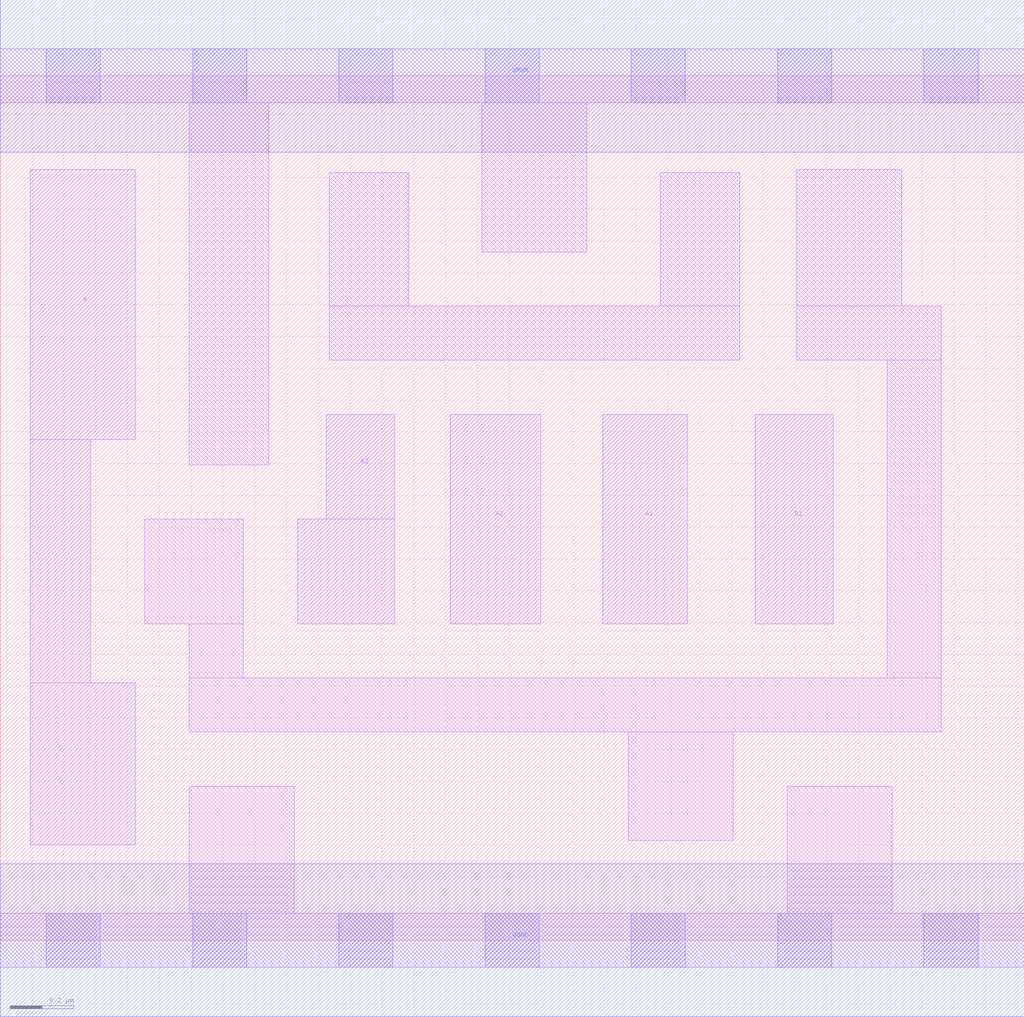
<source format=lef>
# Copyright 2020 The SkyWater PDK Authors
#
# Licensed under the Apache License, Version 2.0 (the "License");
# you may not use this file except in compliance with the License.
# You may obtain a copy of the License at
#
#     https://www.apache.org/licenses/LICENSE-2.0
#
# Unless required by applicable law or agreed to in writing, software
# distributed under the License is distributed on an "AS IS" BASIS,
# WITHOUT WARRANTIES OR CONDITIONS OF ANY KIND, either express or implied.
# See the License for the specific language governing permissions and
# limitations under the License.
#
# SPDX-License-Identifier: Apache-2.0

VERSION 5.7 ;
  NAMESCASESENSITIVE ON ;
  NOWIREEXTENSIONATPIN ON ;
  DIVIDERCHAR "/" ;
  BUSBITCHARS "[]" ;
UNITS
  DATABASE MICRONS 200 ;
END UNITS
MACRO sky130_fd_sc_hd__a31o_1
  CLASS CORE ;
  SOURCE USER ;
  FOREIGN sky130_fd_sc_hd__a31o_1 ;
  ORIGIN  0.000000  0.000000 ;
  SIZE  3.220000 BY  2.720000 ;
  SYMMETRY X Y R90 ;
  SITE unithd ;
  PIN A1
    ANTENNAGATEAREA  0.247500 ;
    DIRECTION INPUT ;
    USE SIGNAL ;
    PORT
      LAYER li1 ;
        RECT 1.895000 0.995000 2.160000 1.655000 ;
    END
  END A1
  PIN A2
    ANTENNAGATEAREA  0.247500 ;
    DIRECTION INPUT ;
    USE SIGNAL ;
    PORT
      LAYER li1 ;
        RECT 1.415000 0.995000 1.700000 1.655000 ;
    END
  END A2
  PIN A3
    ANTENNAGATEAREA  0.247500 ;
    DIRECTION INPUT ;
    USE SIGNAL ;
    PORT
      LAYER li1 ;
        RECT 0.935000 0.995000 1.240000 1.325000 ;
        RECT 1.025000 1.325000 1.240000 1.655000 ;
    END
  END A3
  PIN B1
    ANTENNAGATEAREA  0.247500 ;
    DIRECTION INPUT ;
    USE SIGNAL ;
    PORT
      LAYER li1 ;
        RECT 2.375000 0.995000 2.620000 1.655000 ;
    END
  END B1
  PIN X
    ANTENNADIFFAREA  0.437250 ;
    DIRECTION OUTPUT ;
    USE SIGNAL ;
    PORT
      LAYER li1 ;
        RECT 0.095000 0.300000 0.425000 0.810000 ;
        RECT 0.095000 0.810000 0.285000 1.575000 ;
        RECT 0.095000 1.575000 0.425000 2.425000 ;
    END
  END X
  PIN VGND
    DIRECTION INOUT ;
    SHAPE ABUTMENT ;
    USE GROUND ;
    PORT
      LAYER met1 ;
        RECT 0.000000 -0.240000 3.220000 0.240000 ;
    END
  END VGND
  PIN VPWR
    DIRECTION INOUT ;
    SHAPE ABUTMENT ;
    USE POWER ;
    PORT
      LAYER met1 ;
        RECT 0.000000 2.480000 3.220000 2.960000 ;
    END
  END VPWR
  OBS
    LAYER li1 ;
      RECT 0.000000 -0.085000 3.220000 0.085000 ;
      RECT 0.000000  2.635000 3.220000 2.805000 ;
      RECT 0.455000  0.995000 0.765000 1.325000 ;
      RECT 0.595000  0.085000 0.925000 0.485000 ;
      RECT 0.595000  0.655000 2.960000 0.825000 ;
      RECT 0.595000  0.825000 0.765000 0.995000 ;
      RECT 0.595000  1.495000 0.845000 2.635000 ;
      RECT 1.035000  1.825000 2.325000 1.995000 ;
      RECT 1.035000  1.995000 1.285000 2.415000 ;
      RECT 1.515000  2.165000 1.845000 2.635000 ;
      RECT 1.975000  0.315000 2.305000 0.655000 ;
      RECT 2.075000  1.995000 2.325000 2.415000 ;
      RECT 2.475000  0.085000 2.805000 0.485000 ;
      RECT 2.505000  1.825000 2.960000 1.995000 ;
      RECT 2.505000  1.995000 2.835000 2.425000 ;
      RECT 2.790000  0.825000 2.960000 1.825000 ;
    LAYER mcon ;
      RECT 0.145000 -0.085000 0.315000 0.085000 ;
      RECT 0.145000  2.635000 0.315000 2.805000 ;
      RECT 0.605000 -0.085000 0.775000 0.085000 ;
      RECT 0.605000  2.635000 0.775000 2.805000 ;
      RECT 1.065000 -0.085000 1.235000 0.085000 ;
      RECT 1.065000  2.635000 1.235000 2.805000 ;
      RECT 1.525000 -0.085000 1.695000 0.085000 ;
      RECT 1.525000  2.635000 1.695000 2.805000 ;
      RECT 1.985000 -0.085000 2.155000 0.085000 ;
      RECT 1.985000  2.635000 2.155000 2.805000 ;
      RECT 2.445000 -0.085000 2.615000 0.085000 ;
      RECT 2.445000  2.635000 2.615000 2.805000 ;
      RECT 2.905000 -0.085000 3.075000 0.085000 ;
      RECT 2.905000  2.635000 3.075000 2.805000 ;
  END
END sky130_fd_sc_hd__a31o_1

</source>
